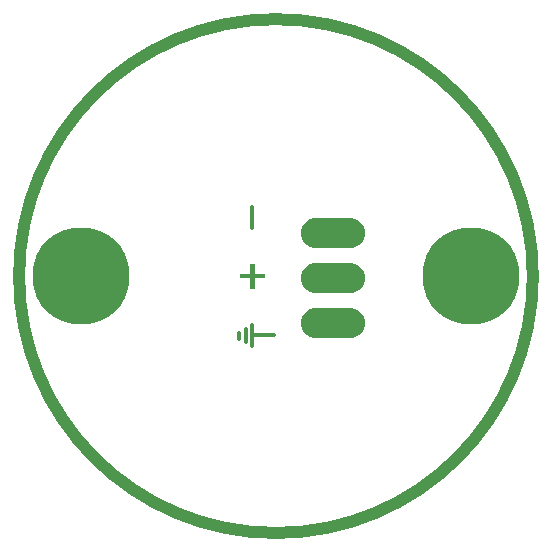
<source format=gbs>
G04*
G04 #@! TF.GenerationSoftware,Altium Limited,Altium Designer,20.1.8 (145)*
G04*
G04 Layer_Color=16711935*
%FSTAX43Y43*%
%MOMM*%
G71*
G04*
G04 #@! TF.SameCoordinates,50862E5C-5C1C-4336-863E-61652BE41A98*
G04*
G04*
G04 #@! TF.FilePolarity,Negative*
G04*
G01*
G75*
%ADD10C,0.350*%
%ADD12C,2.404*%
%ADD13C,8.204*%
%ADD17C,1.000*%
G36*
X010123Y0069725D02*
X0101398D01*
X0101722Y0069812D01*
X0102013Y006998D01*
X010225Y0070217D01*
X0102418Y0070508D01*
X0102505Y0070832D01*
Y0071168D01*
X0102418Y0071492D01*
X010225Y0071783D01*
X0102013Y007202D01*
X0101722Y0072188D01*
X0101398Y0072275D01*
X010123D01*
D01*
X00984D01*
X0098232D01*
X0097908Y0072188D01*
X0097617Y007202D01*
X009738Y0071783D01*
X0097212Y0071492D01*
X0097125Y0071168D01*
Y0070832D01*
X0097212Y0070508D01*
X009738Y0070217D01*
X0097617Y006998D01*
X0097908Y0069812D01*
X0098232Y0069725D01*
X00984D01*
D01*
X010123D01*
D02*
G37*
G36*
Y0073535D02*
X0101398D01*
X0101722Y0073622D01*
X0102013Y007379D01*
X010225Y0074027D01*
X0102418Y0074318D01*
X0102505Y0074642D01*
Y0074978D01*
X0102418Y0075302D01*
X010225Y0075593D01*
X0102013Y007583D01*
X0101722Y0075998D01*
X0101398Y0076085D01*
X010123D01*
D01*
X00984D01*
X0098232D01*
X0097908Y0075998D01*
X0097617Y007583D01*
X009738Y0075593D01*
X0097212Y0075302D01*
X0097125Y0074978D01*
Y0074642D01*
X0097212Y0074318D01*
X009738Y0074027D01*
X0097617Y007379D01*
X0097908Y0073622D01*
X0098232Y0073535D01*
X00984D01*
D01*
X010123D01*
D02*
G37*
G36*
Y0077345D02*
X0101398D01*
X0101722Y0077432D01*
X0102013Y00776D01*
X010225Y0077837D01*
X0102418Y0078128D01*
X0102505Y0078452D01*
Y0078788D01*
X0102418Y0079112D01*
X010225Y0079403D01*
X0102013Y007964D01*
X0101722Y0079808D01*
X0101398Y0079895D01*
X010123D01*
D01*
X00984D01*
X0098232D01*
X0097908Y0079808D01*
X0097617Y007964D01*
X009738Y0079403D01*
X0097212Y0079112D01*
X0097125Y0078788D01*
Y0078452D01*
X0097212Y0078128D01*
X009738Y0077837D01*
X0097617Y00776D01*
X0097908Y0077432D01*
X0098232Y0077345D01*
X00984D01*
D01*
X010123D01*
D02*
G37*
G36*
X0093188Y0075183D02*
X0094058D01*
Y0074813D01*
X0093188D01*
Y0073943D01*
X0092823D01*
Y0074813D01*
X0091943D01*
Y0075183D01*
X0092823D01*
Y0076053D01*
X0093188D01*
Y0075183D01*
D02*
G37*
D10*
X00919Y0069703D02*
Y0070153D01*
X0092425Y0069403D02*
Y0070528D01*
X009295Y0069078D02*
Y0070878D01*
X0093Y0069978D02*
X00948D01*
X0093Y0079078D02*
Y0080878D01*
D12*
X00984Y007862D02*
D03*
Y007481D02*
D03*
Y0071D02*
D03*
D13*
X01115Y0075D02*
D03*
X00785D02*
D03*
D17*
X011675D02*
G03*
X011675Y0075I-002175J0D01*
G01*
M02*

</source>
